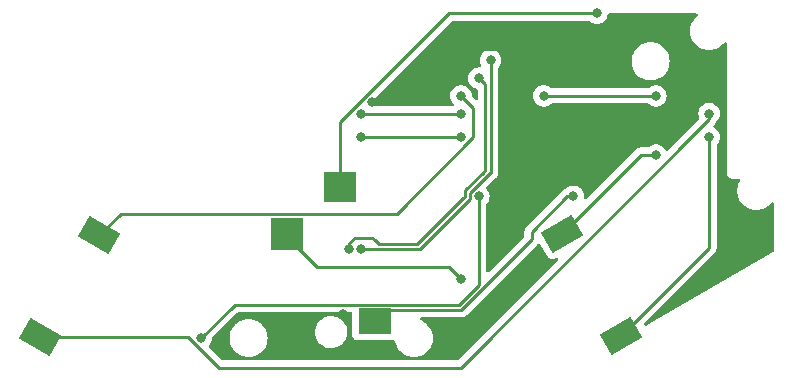
<source format=gbr>
%TF.GenerationSoftware,KiCad,Pcbnew,(6.0.6)*%
%TF.CreationDate,2022-08-03T19:41:37-05:00*%
%TF.ProjectId,GBOYAudioBreakout,47424f59-4175-4646-996f-427265616b6f,rev?*%
%TF.SameCoordinates,Original*%
%TF.FileFunction,Copper,L2,Bot*%
%TF.FilePolarity,Positive*%
%FSLAX46Y46*%
G04 Gerber Fmt 4.6, Leading zero omitted, Abs format (unit mm)*
G04 Created by KiCad (PCBNEW (6.0.6)) date 2022-08-03 19:41:37*
%MOMM*%
%LPD*%
G01*
G04 APERTURE LIST*
G04 Aperture macros list*
%AMRotRect*
0 Rectangle, with rotation*
0 The origin of the aperture is its center*
0 $1 length*
0 $2 width*
0 $3 Rotation angle, in degrees counterclockwise*
0 Add horizontal line*
21,1,$1,$2,0,0,$3*%
G04 Aperture macros list end*
%TA.AperFunction,SMDPad,CuDef*%
%ADD10RotRect,3.000000X2.000000X30.000000*%
%TD*%
%TA.AperFunction,SMDPad,CuDef*%
%ADD11RotRect,3.000000X2.000000X150.000000*%
%TD*%
%TA.AperFunction,SMDPad,CuDef*%
%ADD12R,2.800000X2.200000*%
%TD*%
%TA.AperFunction,SMDPad,CuDef*%
%ADD13R,2.800000X2.800000*%
%TD*%
%TA.AperFunction,SMDPad,CuDef*%
%ADD14R,2.800000X2.600000*%
%TD*%
%TA.AperFunction,ViaPad*%
%ADD15C,0.800000*%
%TD*%
%TA.AperFunction,Conductor*%
%ADD16C,0.250000*%
%TD*%
G04 APERTURE END LIST*
D10*
%TO.P,LS2,1,1*%
%TO.N,Net-(LS2-Pad1)*%
X164204848Y-105247128D03*
%TO.P,LS2,2,2*%
%TO.N,Net-(LS2-Pad2)*%
X159204848Y-96586874D03*
%TD*%
D11*
%TO.P,LS1,1,1*%
%TO.N,Net-(LS1-Pad1)*%
X120040153Y-96681873D03*
%TO.P,LS1,2,2*%
%TO.N,Net-(LS1-Pad2)*%
X115040153Y-105342127D03*
%TD*%
D12*
%TO.P,J1,R,ring*%
%TO.N,Net-(U1-Pad13)*%
X143370000Y-104000000D03*
%TO.P,J1,S,sleeve*%
%TO.N,GND*%
X135970000Y-106000000D03*
D13*
%TO.P,J1,T,tip*%
%TO.N,Net-(J1-PadT)*%
X135970000Y-96600000D03*
D14*
%TO.P,J1,TN,tip_sense*%
%TO.N,Net-(J1-PadTN)*%
X140420000Y-92600000D03*
%TD*%
D15*
%TO.N,Net-(1.8V1-Pad1)*%
X142170000Y-86400000D03*
X150670000Y-86400000D03*
%TO.N,Net-(3.3V1-Pad1)*%
X142170000Y-88400000D03*
X150670000Y-88400000D03*
%TO.N,Net-(C1-Pad1)*%
X153170000Y-81900000D03*
X142170000Y-97900000D03*
%TO.N,Net-(D1-Pad1)*%
X152170000Y-83400000D03*
X141170000Y-97900000D03*
%TO.N,GND*%
X143170000Y-85400000D03*
X140670000Y-103400000D03*
X147670000Y-81400000D03*
X161670000Y-82900000D03*
%TO.N,Net-(LS1-Pad1)*%
X157670000Y-84900000D03*
X150670000Y-84900000D03*
X167170000Y-84900000D03*
%TO.N,Net-(LS1-Pad2)*%
X171670000Y-86400000D03*
%TO.N,Net-(LS2-Pad1)*%
X171670000Y-88400000D03*
%TO.N,Net-(LS2-Pad2)*%
X167170000Y-89900000D03*
%TO.N,Net-(SCL1-Pad1)*%
X152170000Y-93400000D03*
X128670000Y-105400000D03*
%TO.N,Net-(U1-Pad13)*%
X160170000Y-93400000D03*
%TO.N,Net-(J1-PadTN)*%
X162170000Y-77900000D03*
%TO.N,Net-(J1-PadT)*%
X150670000Y-100400000D03*
%TD*%
D16*
%TO.N,Net-(1.8V1-Pad1)*%
X142170000Y-86400000D02*
X150670000Y-86400000D01*
%TO.N,Net-(3.3V1-Pad1)*%
X142170000Y-88400000D02*
X150670000Y-88400000D01*
%TO.N,Net-(C1-Pad1)*%
X151445000Y-93400000D02*
X151445000Y-93099695D01*
X151445000Y-93625000D02*
X151445000Y-93400000D01*
X153144695Y-91400000D02*
X153170000Y-91400000D01*
X142170000Y-97900000D02*
X147170000Y-97900000D01*
X151445000Y-93099695D02*
X153144695Y-91400000D01*
X153170000Y-91400000D02*
X153170000Y-81900000D01*
X147170000Y-97900000D02*
X151445000Y-93625000D01*
%TO.N,Net-(D1-Pad1)*%
X150851802Y-93581802D02*
X150995000Y-93438604D01*
X143351802Y-97081802D02*
X143720000Y-97450000D01*
X146983604Y-97450000D02*
X150851802Y-93581802D01*
X143720000Y-97450000D02*
X146983604Y-97450000D01*
X143170000Y-96900000D02*
X143351802Y-97081802D01*
X152720000Y-83900000D02*
X152220000Y-83400000D01*
X141670000Y-96900000D02*
X143170000Y-96900000D01*
X150995000Y-93400000D02*
X150995000Y-92913299D01*
X152589150Y-91319149D02*
X152720000Y-91188299D01*
X141170000Y-97400000D02*
X141670000Y-96900000D01*
X150995000Y-93438604D02*
X150995000Y-93400000D01*
X152220000Y-83400000D02*
X152170000Y-83400000D01*
X150995000Y-92913299D02*
X152589150Y-91319149D01*
X141170000Y-97900000D02*
X141170000Y-97400000D01*
X152720000Y-91188299D02*
X152720000Y-83900000D01*
%TO.N,GND*%
X161670000Y-82900000D02*
X158170000Y-82900000D01*
X148170000Y-82400000D02*
X145170000Y-85400000D01*
X145170000Y-85400000D02*
X143170000Y-85400000D01*
X149670000Y-80900000D02*
X148170000Y-80900000D01*
X158170000Y-82900000D02*
X156170000Y-80900000D01*
X149670000Y-80900000D02*
X148170000Y-82400000D01*
X156170000Y-80900000D02*
X149670000Y-80900000D01*
X148170000Y-80900000D02*
X147670000Y-81400000D01*
%TO.N,Net-(LS1-Pad1)*%
X121847026Y-94875000D02*
X145220305Y-94875000D01*
X145220305Y-94875000D02*
X151670000Y-88425305D01*
X120040153Y-96681873D02*
X121847026Y-94875000D01*
X157670000Y-84900000D02*
X167170000Y-84900000D01*
X151670000Y-88425305D02*
X151670000Y-85900000D01*
X151670000Y-85900000D02*
X150670000Y-84900000D01*
%TO.N,Net-(LS1-Pad2)*%
X115040153Y-105342127D02*
X127586822Y-105342127D01*
X150670000Y-107900000D02*
X171670000Y-86900000D01*
X130144695Y-107900000D02*
X150670000Y-107900000D01*
X127586822Y-105342127D02*
X130144695Y-107900000D01*
X171670000Y-86900000D02*
X171670000Y-86400000D01*
%TO.N,Net-(LS2-Pad1)*%
X164204848Y-105247128D02*
X171670000Y-97781976D01*
X171670000Y-97781976D02*
X171670000Y-88400000D01*
%TO.N,Net-(LS2-Pad2)*%
X159204848Y-96586874D02*
X165891722Y-89900000D01*
X165891722Y-89900000D02*
X167170000Y-89900000D01*
%TO.N,Net-(SCL1-Pad1)*%
X128670000Y-105400000D02*
X131495000Y-102575000D01*
X150670000Y-102400000D02*
X152170000Y-100900000D01*
X152170000Y-100900000D02*
X152170000Y-93400000D01*
X131495000Y-102575000D02*
X150495000Y-102575000D01*
X150495000Y-102575000D02*
X150670000Y-102400000D01*
%TO.N,Net-(U1-Pad13)*%
X156670000Y-96400000D02*
X159670000Y-93400000D01*
X144345000Y-103025000D02*
X150681396Y-103025000D01*
X150681396Y-103025000D02*
X156670000Y-97036396D01*
X159670000Y-93400000D02*
X160170000Y-93400000D01*
X156670000Y-97036396D02*
X156670000Y-96400000D01*
X143370000Y-104000000D02*
X144345000Y-103025000D01*
%TO.N,Net-(J1-PadTN)*%
X140420000Y-87124695D02*
X149644695Y-77900000D01*
X149644695Y-77900000D02*
X162170000Y-77900000D01*
X140420000Y-92600000D02*
X140420000Y-87124695D01*
%TO.N,Net-(J1-PadT)*%
X135970000Y-96600000D02*
X135970000Y-96875003D01*
X138494997Y-99400000D02*
X147170000Y-99400000D01*
X135970000Y-96875003D02*
X138494997Y-99400000D01*
X149670000Y-99400000D02*
X150670000Y-100400000D01*
X147170000Y-99400000D02*
X149670000Y-99400000D01*
%TD*%
%TA.AperFunction,Conductor*%
%TO.N,GND*%
G36*
X157311137Y-97386683D02*
G01*
X157369281Y-97427423D01*
X157379954Y-97443064D01*
X157987798Y-98495883D01*
X157987804Y-98495892D01*
X157989503Y-98498835D01*
X157991509Y-98501576D01*
X157991513Y-98501582D01*
X158021777Y-98542932D01*
X158026444Y-98549308D01*
X158032547Y-98554330D01*
X158032548Y-98554331D01*
X158086341Y-98598596D01*
X158138918Y-98641860D01*
X158272847Y-98699123D01*
X158281756Y-98700193D01*
X158281759Y-98700194D01*
X158372465Y-98711090D01*
X158417465Y-98716496D01*
X158426320Y-98715022D01*
X158426323Y-98715022D01*
X158553355Y-98693878D01*
X158553357Y-98693877D01*
X158561146Y-98692581D01*
X158618375Y-98667340D01*
X158708452Y-98615334D01*
X158777447Y-98598596D01*
X158844539Y-98621816D01*
X158888426Y-98677624D01*
X158895175Y-98748299D01*
X158860547Y-98813548D01*
X150444500Y-107229595D01*
X150382188Y-107263621D01*
X150355405Y-107266500D01*
X130459289Y-107266500D01*
X130391168Y-107246498D01*
X130370194Y-107229595D01*
X129336526Y-106195927D01*
X129302500Y-106133615D01*
X129307565Y-106062800D01*
X129331983Y-106022525D01*
X129409040Y-105936944D01*
X129504527Y-105771556D01*
X129563542Y-105589928D01*
X129564596Y-105579906D01*
X129573402Y-105496116D01*
X129580907Y-105424706D01*
X129591072Y-105400000D01*
X131066526Y-105400000D01*
X131086391Y-105652403D01*
X131087545Y-105657210D01*
X131087546Y-105657216D01*
X131103830Y-105725044D01*
X131145495Y-105898591D01*
X131147388Y-105903162D01*
X131147389Y-105903164D01*
X131226232Y-106093507D01*
X131242384Y-106132502D01*
X131374672Y-106348376D01*
X131539102Y-106540898D01*
X131731624Y-106705328D01*
X131947498Y-106837616D01*
X131952068Y-106839509D01*
X131952072Y-106839511D01*
X132176836Y-106932611D01*
X132181409Y-106934505D01*
X132266032Y-106954821D01*
X132422784Y-106992454D01*
X132422790Y-106992455D01*
X132427597Y-106993609D01*
X132527416Y-107001465D01*
X132614345Y-107008307D01*
X132614352Y-107008307D01*
X132616801Y-107008500D01*
X132743199Y-107008500D01*
X132745648Y-107008307D01*
X132745655Y-107008307D01*
X132832584Y-107001465D01*
X132932403Y-106993609D01*
X132937210Y-106992455D01*
X132937216Y-106992454D01*
X133093968Y-106954821D01*
X133178591Y-106934505D01*
X133183164Y-106932611D01*
X133407928Y-106839511D01*
X133407932Y-106839509D01*
X133412502Y-106837616D01*
X133628376Y-106705328D01*
X133820898Y-106540898D01*
X133985328Y-106348376D01*
X134117616Y-106132502D01*
X134133769Y-106093507D01*
X134212611Y-105903164D01*
X134212612Y-105903162D01*
X134214505Y-105898591D01*
X134256170Y-105725044D01*
X134272454Y-105657216D01*
X134272455Y-105657210D01*
X134273609Y-105652403D01*
X134293474Y-105400000D01*
X134273609Y-105147597D01*
X134272448Y-105142757D01*
X134215660Y-104906221D01*
X134214505Y-104901409D01*
X134212611Y-104896836D01*
X134187318Y-104835774D01*
X138308102Y-104835774D01*
X138308302Y-104841103D01*
X138308302Y-104841105D01*
X138309479Y-104872466D01*
X138316751Y-105066158D01*
X138364093Y-105291791D01*
X138366051Y-105296750D01*
X138366052Y-105296752D01*
X138428975Y-105456081D01*
X138448776Y-105506221D01*
X138451543Y-105510780D01*
X138451544Y-105510783D01*
X138513998Y-105613703D01*
X138568377Y-105703317D01*
X138571874Y-105707347D01*
X138658438Y-105807103D01*
X138719477Y-105877445D01*
X138723608Y-105880832D01*
X138893627Y-106020240D01*
X138893633Y-106020244D01*
X138897755Y-106023624D01*
X138902391Y-106026263D01*
X138902394Y-106026265D01*
X139068076Y-106120577D01*
X139098114Y-106137675D01*
X139314825Y-106216337D01*
X139320074Y-106217286D01*
X139320077Y-106217287D01*
X139537608Y-106256623D01*
X139537615Y-106256624D01*
X139541692Y-106257361D01*
X139559414Y-106258197D01*
X139564356Y-106258430D01*
X139564363Y-106258430D01*
X139565844Y-106258500D01*
X139727890Y-106258500D01*
X139794809Y-106252822D01*
X139894409Y-106244371D01*
X139894413Y-106244370D01*
X139899720Y-106243920D01*
X139904875Y-106242582D01*
X139904881Y-106242581D01*
X140117703Y-106187343D01*
X140117707Y-106187342D01*
X140122872Y-106186001D01*
X140127738Y-106183809D01*
X140127741Y-106183808D01*
X140328202Y-106093507D01*
X140333075Y-106091312D01*
X140524319Y-105962559D01*
X140551171Y-105936944D01*
X140687278Y-105807103D01*
X140691135Y-105803424D01*
X140710588Y-105777279D01*
X140825568Y-105622740D01*
X140828754Y-105618458D01*
X140837252Y-105601745D01*
X140907660Y-105463261D01*
X140933240Y-105412949D01*
X140953810Y-105346705D01*
X141000024Y-105197871D01*
X141001607Y-105192773D01*
X141007976Y-105144717D01*
X141031198Y-104969511D01*
X141031198Y-104969506D01*
X141031898Y-104964226D01*
X141023249Y-104733842D01*
X141020576Y-104721100D01*
X140977002Y-104513428D01*
X140975907Y-104508209D01*
X140973948Y-104503248D01*
X140893185Y-104298744D01*
X140893184Y-104298742D01*
X140891224Y-104293779D01*
X140870182Y-104259102D01*
X140774390Y-104101243D01*
X140771623Y-104096683D01*
X140684755Y-103996576D01*
X140624023Y-103926588D01*
X140624021Y-103926586D01*
X140620523Y-103922555D01*
X140553243Y-103867389D01*
X140446373Y-103779760D01*
X140446367Y-103779756D01*
X140442245Y-103776376D01*
X140437609Y-103773737D01*
X140437606Y-103773735D01*
X140246529Y-103664968D01*
X140241886Y-103662325D01*
X140025175Y-103583663D01*
X140019926Y-103582714D01*
X140019923Y-103582713D01*
X139802392Y-103543377D01*
X139802385Y-103543376D01*
X139798308Y-103542639D01*
X139780586Y-103541803D01*
X139775644Y-103541570D01*
X139775637Y-103541570D01*
X139774156Y-103541500D01*
X139612110Y-103541500D01*
X139545191Y-103547178D01*
X139445591Y-103555629D01*
X139445587Y-103555630D01*
X139440280Y-103556080D01*
X139435125Y-103557418D01*
X139435119Y-103557419D01*
X139222297Y-103612657D01*
X139222293Y-103612658D01*
X139217128Y-103613999D01*
X139212262Y-103616191D01*
X139212259Y-103616192D01*
X139103980Y-103664968D01*
X139006925Y-103708688D01*
X138815681Y-103837441D01*
X138811824Y-103841120D01*
X138811822Y-103841122D01*
X138784287Y-103867389D01*
X138648865Y-103996576D01*
X138511246Y-104181542D01*
X138508830Y-104186293D01*
X138508828Y-104186297D01*
X138469903Y-104262858D01*
X138406760Y-104387051D01*
X138405178Y-104392145D01*
X138405177Y-104392148D01*
X138362424Y-104529834D01*
X138338393Y-104607227D01*
X138337692Y-104612516D01*
X138311385Y-104811006D01*
X138308102Y-104835774D01*
X134187318Y-104835774D01*
X134119511Y-104672072D01*
X134119509Y-104672068D01*
X134117616Y-104667498D01*
X133985328Y-104451624D01*
X133820898Y-104259102D01*
X133800301Y-104241510D01*
X133778264Y-104222689D01*
X133628376Y-104094672D01*
X133412502Y-103962384D01*
X133407932Y-103960491D01*
X133407928Y-103960489D01*
X133183164Y-103867389D01*
X133183162Y-103867388D01*
X133178591Y-103865495D01*
X133061737Y-103837441D01*
X132937216Y-103807546D01*
X132937210Y-103807545D01*
X132932403Y-103806391D01*
X132832584Y-103798535D01*
X132745655Y-103791693D01*
X132745648Y-103791693D01*
X132743199Y-103791500D01*
X132616801Y-103791500D01*
X132614352Y-103791693D01*
X132614345Y-103791693D01*
X132527416Y-103798535D01*
X132427597Y-103806391D01*
X132422790Y-103807545D01*
X132422784Y-103807546D01*
X132298263Y-103837441D01*
X132181409Y-103865495D01*
X132176838Y-103867388D01*
X132176836Y-103867389D01*
X131952072Y-103960489D01*
X131952068Y-103960491D01*
X131947498Y-103962384D01*
X131731624Y-104094672D01*
X131581736Y-104222689D01*
X131559700Y-104241510D01*
X131539102Y-104259102D01*
X131374672Y-104451624D01*
X131242384Y-104667498D01*
X131240491Y-104672068D01*
X131240489Y-104672072D01*
X131147389Y-104896836D01*
X131145495Y-104901409D01*
X131144340Y-104906221D01*
X131087553Y-105142757D01*
X131086391Y-105147597D01*
X131066526Y-105400000D01*
X129591072Y-105400000D01*
X129607920Y-105359050D01*
X129617122Y-105348782D01*
X131720499Y-103245405D01*
X131782811Y-103211379D01*
X131809594Y-103208500D01*
X141335500Y-103208500D01*
X141403621Y-103228502D01*
X141450114Y-103282158D01*
X141461500Y-103334500D01*
X141461500Y-105148134D01*
X141468255Y-105210316D01*
X141519385Y-105346705D01*
X141606739Y-105463261D01*
X141723295Y-105550615D01*
X141859684Y-105601745D01*
X141921866Y-105608500D01*
X144818134Y-105608500D01*
X144880316Y-105601745D01*
X144924746Y-105585089D01*
X144995552Y-105579906D01*
X145057921Y-105613826D01*
X145091493Y-105673656D01*
X145145495Y-105898591D01*
X145147388Y-105903162D01*
X145147389Y-105903164D01*
X145226232Y-106093507D01*
X145242384Y-106132502D01*
X145374672Y-106348376D01*
X145539102Y-106540898D01*
X145731624Y-106705328D01*
X145947498Y-106837616D01*
X145952068Y-106839509D01*
X145952072Y-106839511D01*
X146176836Y-106932611D01*
X146181409Y-106934505D01*
X146266032Y-106954821D01*
X146422784Y-106992454D01*
X146422790Y-106992455D01*
X146427597Y-106993609D01*
X146527416Y-107001465D01*
X146614345Y-107008307D01*
X146614352Y-107008307D01*
X146616801Y-107008500D01*
X146743199Y-107008500D01*
X146745648Y-107008307D01*
X146745655Y-107008307D01*
X146832584Y-107001465D01*
X146932403Y-106993609D01*
X146937210Y-106992455D01*
X146937216Y-106992454D01*
X147093968Y-106954821D01*
X147178591Y-106934505D01*
X147183164Y-106932611D01*
X147407928Y-106839511D01*
X147407932Y-106839509D01*
X147412502Y-106837616D01*
X147628376Y-106705328D01*
X147820898Y-106540898D01*
X147985328Y-106348376D01*
X148117616Y-106132502D01*
X148133769Y-106093507D01*
X148212611Y-105903164D01*
X148212612Y-105903162D01*
X148214505Y-105898591D01*
X148256170Y-105725044D01*
X148272454Y-105657216D01*
X148272455Y-105657210D01*
X148273609Y-105652403D01*
X148293474Y-105400000D01*
X148273609Y-105147597D01*
X148272448Y-105142757D01*
X148215660Y-104906221D01*
X148214505Y-104901409D01*
X148212611Y-104896836D01*
X148119511Y-104672072D01*
X148119509Y-104672068D01*
X148117616Y-104667498D01*
X147985328Y-104451624D01*
X147820898Y-104259102D01*
X147800301Y-104241510D01*
X147778264Y-104222689D01*
X147628376Y-104094672D01*
X147412502Y-103962384D01*
X147407932Y-103960491D01*
X147407928Y-103960489D01*
X147264088Y-103900909D01*
X147208807Y-103856361D01*
X147186386Y-103788997D01*
X147203944Y-103720206D01*
X147255906Y-103671828D01*
X147312306Y-103658500D01*
X150602629Y-103658500D01*
X150613812Y-103659027D01*
X150621305Y-103660702D01*
X150629231Y-103660453D01*
X150629232Y-103660453D01*
X150689382Y-103658562D01*
X150693341Y-103658500D01*
X150721252Y-103658500D01*
X150725187Y-103658003D01*
X150725252Y-103657995D01*
X150737089Y-103657062D01*
X150769347Y-103656048D01*
X150773366Y-103655922D01*
X150781285Y-103655673D01*
X150800739Y-103650021D01*
X150820096Y-103646013D01*
X150832326Y-103644468D01*
X150832327Y-103644468D01*
X150840193Y-103643474D01*
X150847564Y-103640555D01*
X150847566Y-103640555D01*
X150881308Y-103627196D01*
X150892538Y-103623351D01*
X150927379Y-103613229D01*
X150927380Y-103613229D01*
X150934989Y-103611018D01*
X150941808Y-103606985D01*
X150941813Y-103606983D01*
X150952424Y-103600707D01*
X150970172Y-103592012D01*
X150989013Y-103584552D01*
X151024783Y-103558564D01*
X151034703Y-103552048D01*
X151065931Y-103533580D01*
X151065934Y-103533578D01*
X151072758Y-103529542D01*
X151087079Y-103515221D01*
X151102113Y-103502380D01*
X151112090Y-103495131D01*
X151118503Y-103490472D01*
X151146694Y-103456395D01*
X151154684Y-103447616D01*
X157062253Y-97540048D01*
X157070539Y-97532508D01*
X157077018Y-97528396D01*
X157123644Y-97478744D01*
X157126398Y-97475903D01*
X157146135Y-97456166D01*
X157148615Y-97452969D01*
X157156320Y-97443947D01*
X157178985Y-97419811D01*
X157240197Y-97383846D01*
X157311137Y-97386683D01*
G37*
%TD.AperFunction*%
%TA.AperFunction,Conductor*%
G36*
X170666186Y-77928502D02*
G01*
X170712679Y-77982158D01*
X170722783Y-78052432D01*
X170693289Y-78117012D01*
X170679896Y-78130311D01*
X170529102Y-78259102D01*
X170364672Y-78451624D01*
X170232384Y-78667498D01*
X170230491Y-78672068D01*
X170230489Y-78672072D01*
X170178500Y-78797586D01*
X170135495Y-78901409D01*
X170076391Y-79147597D01*
X170056526Y-79400000D01*
X170076391Y-79652403D01*
X170135495Y-79898591D01*
X170232384Y-80132502D01*
X170364672Y-80348376D01*
X170529102Y-80540898D01*
X170721624Y-80705328D01*
X170937498Y-80837616D01*
X170942068Y-80839509D01*
X170942072Y-80839511D01*
X171166836Y-80932611D01*
X171171409Y-80934505D01*
X171256032Y-80954821D01*
X171412784Y-80992454D01*
X171412790Y-80992455D01*
X171417597Y-80993609D01*
X171517416Y-81001465D01*
X171604345Y-81008307D01*
X171604352Y-81008307D01*
X171606801Y-81008500D01*
X171733199Y-81008500D01*
X171735648Y-81008307D01*
X171735655Y-81008307D01*
X171822584Y-81001465D01*
X171922403Y-80993609D01*
X171927210Y-80992455D01*
X171927216Y-80992454D01*
X172083968Y-80954821D01*
X172168591Y-80934505D01*
X172173164Y-80932611D01*
X172397928Y-80839511D01*
X172397932Y-80839509D01*
X172402502Y-80837616D01*
X172618376Y-80705328D01*
X172810898Y-80540898D01*
X172939688Y-80390104D01*
X172999140Y-80351295D01*
X173070135Y-80350789D01*
X173130133Y-80388745D01*
X173160086Y-80453114D01*
X173161500Y-80471935D01*
X173161500Y-91391377D01*
X173161498Y-91392147D01*
X173161024Y-91469721D01*
X173166165Y-91487707D01*
X173169150Y-91498153D01*
X173172728Y-91514915D01*
X173176920Y-91544187D01*
X173180634Y-91552355D01*
X173180634Y-91552356D01*
X173187548Y-91567562D01*
X173193996Y-91585086D01*
X173201051Y-91609771D01*
X173205843Y-91617365D01*
X173205844Y-91617368D01*
X173216830Y-91634780D01*
X173224969Y-91649863D01*
X173237208Y-91676782D01*
X173243069Y-91683584D01*
X173253970Y-91696235D01*
X173265073Y-91711239D01*
X173278776Y-91732958D01*
X173285501Y-91738897D01*
X173285504Y-91738901D01*
X173300938Y-91752532D01*
X173312982Y-91764724D01*
X173326427Y-91780327D01*
X173326430Y-91780329D01*
X173332287Y-91787127D01*
X173339816Y-91792007D01*
X173339817Y-91792008D01*
X173353835Y-91801094D01*
X173368709Y-91812385D01*
X173376372Y-91819152D01*
X173387951Y-91829378D01*
X173414711Y-91841942D01*
X173429691Y-91850263D01*
X173446983Y-91861471D01*
X173446988Y-91861473D01*
X173454515Y-91866352D01*
X173463108Y-91868922D01*
X173463113Y-91868924D01*
X173479120Y-91873711D01*
X173496564Y-91880372D01*
X173511676Y-91887467D01*
X173511678Y-91887468D01*
X173519800Y-91891281D01*
X173528667Y-91892662D01*
X173528668Y-91892662D01*
X173538310Y-91894163D01*
X173549017Y-91895830D01*
X173565732Y-91899613D01*
X173585466Y-91905515D01*
X173585472Y-91905516D01*
X173594066Y-91908086D01*
X173603037Y-91908141D01*
X173603038Y-91908141D01*
X173613097Y-91908202D01*
X173628506Y-91908296D01*
X173629289Y-91908329D01*
X173630386Y-91908500D01*
X173661377Y-91908500D01*
X173662147Y-91908502D01*
X173735785Y-91908952D01*
X173735786Y-91908952D01*
X173739721Y-91908976D01*
X173741065Y-91908592D01*
X173742410Y-91908500D01*
X174196749Y-91908500D01*
X174264870Y-91928502D01*
X174311363Y-91982158D01*
X174321467Y-92052432D01*
X174304181Y-92100335D01*
X174234975Y-92213268D01*
X174234969Y-92213279D01*
X174232384Y-92217498D01*
X174230491Y-92222068D01*
X174230489Y-92222072D01*
X174149484Y-92417636D01*
X174135495Y-92451409D01*
X174116667Y-92529834D01*
X174079196Y-92685915D01*
X174076391Y-92697597D01*
X174056526Y-92950000D01*
X174076391Y-93202403D01*
X174077545Y-93207210D01*
X174077546Y-93207216D01*
X174115179Y-93363968D01*
X174135495Y-93448591D01*
X174137388Y-93453162D01*
X174137389Y-93453164D01*
X174194039Y-93589928D01*
X174232384Y-93682502D01*
X174364672Y-93898376D01*
X174529102Y-94090898D01*
X174532858Y-94094106D01*
X174542714Y-94102524D01*
X174721624Y-94255328D01*
X174937498Y-94387616D01*
X174942068Y-94389509D01*
X174942072Y-94389511D01*
X175163350Y-94481167D01*
X175171409Y-94484505D01*
X175256032Y-94504821D01*
X175412784Y-94542454D01*
X175412790Y-94542455D01*
X175417597Y-94543609D01*
X175517416Y-94551465D01*
X175604345Y-94558307D01*
X175604352Y-94558307D01*
X175606801Y-94558500D01*
X175733199Y-94558500D01*
X175735648Y-94558307D01*
X175735655Y-94558307D01*
X175822584Y-94551465D01*
X175922403Y-94543609D01*
X175927210Y-94542455D01*
X175927216Y-94542454D01*
X176083968Y-94504821D01*
X176168591Y-94484505D01*
X176176650Y-94481167D01*
X176397928Y-94389511D01*
X176397932Y-94389509D01*
X176402502Y-94387616D01*
X176618376Y-94255328D01*
X176797286Y-94102524D01*
X176807142Y-94094106D01*
X176810898Y-94090898D01*
X176842277Y-94054158D01*
X176939689Y-93940104D01*
X176999140Y-93901295D01*
X177070135Y-93900789D01*
X177130133Y-93938745D01*
X177160086Y-94003114D01*
X177161500Y-94021935D01*
X177161500Y-98033678D01*
X177141498Y-98101799D01*
X177098502Y-98142795D01*
X166424041Y-104305879D01*
X166348962Y-104349227D01*
X166279967Y-104365966D01*
X166212875Y-104342746D01*
X166168987Y-104286940D01*
X166162238Y-104216265D01*
X166196866Y-104151014D01*
X172062247Y-98285633D01*
X172070537Y-98278089D01*
X172077018Y-98273976D01*
X172123659Y-98224308D01*
X172126413Y-98221467D01*
X172146134Y-98201746D01*
X172148612Y-98198551D01*
X172156318Y-98189529D01*
X172181158Y-98163077D01*
X172186586Y-98157297D01*
X172194558Y-98142796D01*
X172196346Y-98139544D01*
X172207199Y-98123021D01*
X172214753Y-98113282D01*
X172219613Y-98107017D01*
X172237176Y-98066433D01*
X172242383Y-98055803D01*
X172263695Y-98017036D01*
X172265666Y-98009359D01*
X172265668Y-98009354D01*
X172268732Y-97997418D01*
X172275138Y-97978706D01*
X172280033Y-97967395D01*
X172283181Y-97960121D01*
X172284421Y-97952293D01*
X172284423Y-97952286D01*
X172290099Y-97916452D01*
X172292505Y-97904832D01*
X172301528Y-97869687D01*
X172301528Y-97869686D01*
X172303500Y-97862006D01*
X172303500Y-97841752D01*
X172305051Y-97822041D01*
X172306980Y-97809862D01*
X172308220Y-97802033D01*
X172304059Y-97758014D01*
X172303500Y-97746157D01*
X172303500Y-89102524D01*
X172323502Y-89034403D01*
X172335858Y-89018221D01*
X172409040Y-88936944D01*
X172504527Y-88771556D01*
X172563542Y-88589928D01*
X172583504Y-88400000D01*
X172563542Y-88210072D01*
X172504527Y-88028444D01*
X172409040Y-87863056D01*
X172281253Y-87721134D01*
X172126752Y-87608882D01*
X172118729Y-87605310D01*
X172108618Y-87600808D01*
X172054522Y-87554829D01*
X172033872Y-87486902D01*
X172053224Y-87418594D01*
X172076023Y-87392631D01*
X172077018Y-87392000D01*
X172123644Y-87342348D01*
X172126398Y-87339507D01*
X172146135Y-87319770D01*
X172148615Y-87316573D01*
X172156320Y-87307551D01*
X172181159Y-87281100D01*
X172186586Y-87275321D01*
X172190405Y-87268375D01*
X172190407Y-87268372D01*
X172196348Y-87257566D01*
X172207199Y-87241047D01*
X172214758Y-87231301D01*
X172219614Y-87225041D01*
X172222759Y-87217772D01*
X172222762Y-87217768D01*
X172237174Y-87184463D01*
X172242391Y-87173813D01*
X172263695Y-87135060D01*
X172268733Y-87115437D01*
X172275138Y-87096731D01*
X172276171Y-87094344D01*
X172298171Y-87060077D01*
X172404621Y-86941852D01*
X172404622Y-86941851D01*
X172409040Y-86936944D01*
X172504527Y-86771556D01*
X172563542Y-86589928D01*
X172583504Y-86400000D01*
X172571861Y-86289221D01*
X172564232Y-86216635D01*
X172564232Y-86216633D01*
X172563542Y-86210072D01*
X172504527Y-86028444D01*
X172409040Y-85863056D01*
X172281253Y-85721134D01*
X172126752Y-85608882D01*
X172120724Y-85606198D01*
X172120722Y-85606197D01*
X171958319Y-85533891D01*
X171958318Y-85533891D01*
X171952288Y-85531206D01*
X171858887Y-85511353D01*
X171771944Y-85492872D01*
X171771939Y-85492872D01*
X171765487Y-85491500D01*
X171574513Y-85491500D01*
X171568061Y-85492872D01*
X171568056Y-85492872D01*
X171481113Y-85511353D01*
X171387712Y-85531206D01*
X171381682Y-85533891D01*
X171381681Y-85533891D01*
X171219278Y-85606197D01*
X171219276Y-85606198D01*
X171213248Y-85608882D01*
X171058747Y-85721134D01*
X170930960Y-85863056D01*
X170835473Y-86028444D01*
X170776458Y-86210072D01*
X170775768Y-86216633D01*
X170775768Y-86216635D01*
X170768139Y-86289221D01*
X170756496Y-86400000D01*
X170776458Y-86589928D01*
X170778498Y-86596206D01*
X170828060Y-86748743D01*
X170830087Y-86819711D01*
X170797322Y-86876774D01*
X168172294Y-89501802D01*
X168109982Y-89535828D01*
X168039167Y-89530763D01*
X167982331Y-89488216D01*
X167974080Y-89475708D01*
X167950304Y-89434528D01*
X167909040Y-89363056D01*
X167892882Y-89345110D01*
X167785675Y-89226045D01*
X167785674Y-89226044D01*
X167781253Y-89221134D01*
X167626752Y-89108882D01*
X167620724Y-89106198D01*
X167620722Y-89106197D01*
X167458319Y-89033891D01*
X167458318Y-89033891D01*
X167452288Y-89031206D01*
X167358888Y-89011353D01*
X167271944Y-88992872D01*
X167271939Y-88992872D01*
X167265487Y-88991500D01*
X167074513Y-88991500D01*
X167068061Y-88992872D01*
X167068056Y-88992872D01*
X166981113Y-89011353D01*
X166887712Y-89031206D01*
X166881682Y-89033891D01*
X166881681Y-89033891D01*
X166719278Y-89106197D01*
X166719276Y-89106198D01*
X166713248Y-89108882D01*
X166558747Y-89221134D01*
X166554332Y-89226037D01*
X166549420Y-89230460D01*
X166548295Y-89229211D01*
X166494986Y-89262051D01*
X166461800Y-89266500D01*
X165970489Y-89266500D01*
X165959306Y-89265973D01*
X165951813Y-89264298D01*
X165943887Y-89264547D01*
X165943886Y-89264547D01*
X165883723Y-89266438D01*
X165879765Y-89266500D01*
X165851866Y-89266500D01*
X165847876Y-89267004D01*
X165836042Y-89267936D01*
X165791833Y-89269326D01*
X165784219Y-89271538D01*
X165784214Y-89271539D01*
X165772381Y-89274977D01*
X165753018Y-89278988D01*
X165732925Y-89281526D01*
X165725558Y-89284443D01*
X165725553Y-89284444D01*
X165691814Y-89297802D01*
X165680587Y-89301646D01*
X165638129Y-89313982D01*
X165631303Y-89318019D01*
X165620694Y-89324293D01*
X165602946Y-89332988D01*
X165584105Y-89340448D01*
X165577689Y-89345110D01*
X165577688Y-89345110D01*
X165548335Y-89366436D01*
X165538415Y-89372952D01*
X165507187Y-89391420D01*
X165507184Y-89391422D01*
X165500360Y-89395458D01*
X165486039Y-89409779D01*
X165471006Y-89422619D01*
X165454615Y-89434528D01*
X165449564Y-89440634D01*
X165426424Y-89468605D01*
X165418434Y-89477384D01*
X161286676Y-93609141D01*
X161224364Y-93643167D01*
X161153548Y-93638102D01*
X161096713Y-93595555D01*
X161071902Y-93529035D01*
X161072271Y-93506876D01*
X161082814Y-93406565D01*
X161083504Y-93400000D01*
X161063542Y-93210072D01*
X161004527Y-93028444D01*
X160909040Y-92863056D01*
X160900457Y-92853523D01*
X160785675Y-92726045D01*
X160785674Y-92726044D01*
X160781253Y-92721134D01*
X160626752Y-92608882D01*
X160620724Y-92606198D01*
X160620722Y-92606197D01*
X160458319Y-92533891D01*
X160458318Y-92533891D01*
X160452288Y-92531206D01*
X160358888Y-92511353D01*
X160271944Y-92492872D01*
X160271939Y-92492872D01*
X160265487Y-92491500D01*
X160074513Y-92491500D01*
X160068061Y-92492872D01*
X160068056Y-92492872D01*
X159981112Y-92511353D01*
X159887712Y-92531206D01*
X159881682Y-92533891D01*
X159881681Y-92533891D01*
X159719278Y-92606197D01*
X159719276Y-92606198D01*
X159713248Y-92608882D01*
X159558747Y-92721134D01*
X159554333Y-92726036D01*
X159554332Y-92726037D01*
X159520357Y-92763770D01*
X159473101Y-92796612D01*
X159470094Y-92797802D01*
X159458872Y-92801644D01*
X159416407Y-92813981D01*
X159409584Y-92818016D01*
X159398966Y-92824295D01*
X159381213Y-92832992D01*
X159373568Y-92836019D01*
X159362383Y-92840448D01*
X159355968Y-92845109D01*
X159326612Y-92866437D01*
X159316695Y-92872951D01*
X159278638Y-92895458D01*
X159264317Y-92909779D01*
X159249284Y-92922619D01*
X159232893Y-92934528D01*
X159216015Y-92954930D01*
X159204702Y-92968605D01*
X159196712Y-92977384D01*
X156277747Y-95896348D01*
X156269461Y-95903888D01*
X156262982Y-95908000D01*
X156257557Y-95913777D01*
X156216357Y-95957651D01*
X156213602Y-95960493D01*
X156193865Y-95980230D01*
X156191385Y-95983427D01*
X156183682Y-95992447D01*
X156153414Y-96024679D01*
X156149595Y-96031625D01*
X156149593Y-96031628D01*
X156143652Y-96042434D01*
X156132801Y-96058953D01*
X156120386Y-96074959D01*
X156117241Y-96082228D01*
X156117238Y-96082232D01*
X156102826Y-96115537D01*
X156097609Y-96126187D01*
X156076305Y-96164940D01*
X156074334Y-96172615D01*
X156074334Y-96172616D01*
X156071267Y-96184562D01*
X156064863Y-96203266D01*
X156056819Y-96221855D01*
X156055580Y-96229678D01*
X156055577Y-96229688D01*
X156049901Y-96265524D01*
X156047495Y-96277144D01*
X156039029Y-96310121D01*
X156036500Y-96319970D01*
X156036500Y-96340224D01*
X156034949Y-96359934D01*
X156031780Y-96379943D01*
X156032526Y-96387835D01*
X156035941Y-96423961D01*
X156036500Y-96435819D01*
X156036500Y-96721802D01*
X156016498Y-96789923D01*
X155999595Y-96810897D01*
X153018595Y-99791896D01*
X152956283Y-99825922D01*
X152885467Y-99820857D01*
X152828632Y-99778310D01*
X152803821Y-99711790D01*
X152803500Y-99702801D01*
X152803500Y-94102524D01*
X152823502Y-94034403D01*
X152835858Y-94018221D01*
X152909040Y-93936944D01*
X153004527Y-93771556D01*
X153063542Y-93589928D01*
X153083504Y-93400000D01*
X153063542Y-93210072D01*
X153004527Y-93028444D01*
X152909040Y-92863056D01*
X152831984Y-92777476D01*
X152801268Y-92713471D01*
X152810032Y-92643017D01*
X152836526Y-92604073D01*
X153483147Y-91957452D01*
X153498180Y-91944612D01*
X153523045Y-91926546D01*
X153529573Y-91922109D01*
X153577018Y-91892000D01*
X153582659Y-91885993D01*
X153600446Y-91870312D01*
X153600691Y-91870134D01*
X153600693Y-91870132D01*
X153607107Y-91865472D01*
X153612162Y-91859362D01*
X153642903Y-91822204D01*
X153648134Y-91816270D01*
X153681158Y-91781102D01*
X153681160Y-91781099D01*
X153686586Y-91775321D01*
X153690558Y-91768097D01*
X153703881Y-91748494D01*
X153704080Y-91748254D01*
X153704084Y-91748247D01*
X153709133Y-91742144D01*
X153733047Y-91691324D01*
X153736629Y-91684292D01*
X153763695Y-91635060D01*
X153765665Y-91627385D01*
X153765668Y-91627379D01*
X153765744Y-91627081D01*
X153773776Y-91604772D01*
X153773906Y-91604497D01*
X153773909Y-91604489D01*
X153777283Y-91597318D01*
X153787806Y-91542151D01*
X153789532Y-91534429D01*
X153801529Y-91487707D01*
X153801529Y-91487706D01*
X153803500Y-91480030D01*
X153803500Y-91471793D01*
X153805732Y-91448184D01*
X153805790Y-91447881D01*
X153805790Y-91447877D01*
X153807275Y-91440094D01*
X153803749Y-91384049D01*
X153803500Y-91376138D01*
X153803500Y-84900000D01*
X156756496Y-84900000D01*
X156776458Y-85089928D01*
X156835473Y-85271556D01*
X156930960Y-85436944D01*
X157058747Y-85578866D01*
X157213248Y-85691118D01*
X157219276Y-85693802D01*
X157219278Y-85693803D01*
X157334678Y-85745182D01*
X157387712Y-85768794D01*
X157481112Y-85788647D01*
X157568056Y-85807128D01*
X157568061Y-85807128D01*
X157574513Y-85808500D01*
X157765487Y-85808500D01*
X157771939Y-85807128D01*
X157771944Y-85807128D01*
X157858888Y-85788647D01*
X157952288Y-85768794D01*
X158005322Y-85745182D01*
X158120722Y-85693803D01*
X158120724Y-85693802D01*
X158126752Y-85691118D01*
X158281253Y-85578866D01*
X158285668Y-85573963D01*
X158290580Y-85569540D01*
X158291705Y-85570789D01*
X158345014Y-85537949D01*
X158378200Y-85533500D01*
X166461800Y-85533500D01*
X166529921Y-85553502D01*
X166549147Y-85569843D01*
X166549420Y-85569540D01*
X166554332Y-85573963D01*
X166558747Y-85578866D01*
X166713248Y-85691118D01*
X166719276Y-85693802D01*
X166719278Y-85693803D01*
X166834678Y-85745182D01*
X166887712Y-85768794D01*
X166981112Y-85788647D01*
X167068056Y-85807128D01*
X167068061Y-85807128D01*
X167074513Y-85808500D01*
X167265487Y-85808500D01*
X167271939Y-85807128D01*
X167271944Y-85807128D01*
X167358888Y-85788647D01*
X167452288Y-85768794D01*
X167505322Y-85745182D01*
X167620722Y-85693803D01*
X167620724Y-85693802D01*
X167626752Y-85691118D01*
X167781253Y-85578866D01*
X167909040Y-85436944D01*
X168004527Y-85271556D01*
X168063542Y-85089928D01*
X168083504Y-84900000D01*
X168063542Y-84710072D01*
X168004527Y-84528444D01*
X167909040Y-84363056D01*
X167873481Y-84323563D01*
X167785675Y-84226045D01*
X167785674Y-84226044D01*
X167781253Y-84221134D01*
X167626752Y-84108882D01*
X167620724Y-84106198D01*
X167620722Y-84106197D01*
X167458319Y-84033891D01*
X167458318Y-84033891D01*
X167452288Y-84031206D01*
X167358887Y-84011353D01*
X167271944Y-83992872D01*
X167271939Y-83992872D01*
X167265487Y-83991500D01*
X167074513Y-83991500D01*
X167068061Y-83992872D01*
X167068056Y-83992872D01*
X166981113Y-84011353D01*
X166887712Y-84031206D01*
X166881682Y-84033891D01*
X166881681Y-84033891D01*
X166719278Y-84106197D01*
X166719276Y-84106198D01*
X166713248Y-84108882D01*
X166558747Y-84221134D01*
X166554332Y-84226037D01*
X166549420Y-84230460D01*
X166548295Y-84229211D01*
X166494986Y-84262051D01*
X166461800Y-84266500D01*
X158378200Y-84266500D01*
X158310079Y-84246498D01*
X158290853Y-84230157D01*
X158290580Y-84230460D01*
X158285668Y-84226037D01*
X158281253Y-84221134D01*
X158126752Y-84108882D01*
X158120724Y-84106198D01*
X158120722Y-84106197D01*
X157958319Y-84033891D01*
X157958318Y-84033891D01*
X157952288Y-84031206D01*
X157858887Y-84011353D01*
X157771944Y-83992872D01*
X157771939Y-83992872D01*
X157765487Y-83991500D01*
X157574513Y-83991500D01*
X157568061Y-83992872D01*
X157568056Y-83992872D01*
X157481113Y-84011353D01*
X157387712Y-84031206D01*
X157381682Y-84033891D01*
X157381681Y-84033891D01*
X157219278Y-84106197D01*
X157219276Y-84106198D01*
X157213248Y-84108882D01*
X157058747Y-84221134D01*
X157054326Y-84226044D01*
X157054325Y-84226045D01*
X156966520Y-84323563D01*
X156930960Y-84363056D01*
X156835473Y-84528444D01*
X156776458Y-84710072D01*
X156756496Y-84900000D01*
X153803500Y-84900000D01*
X153803500Y-82602524D01*
X153823502Y-82534403D01*
X153835858Y-82518221D01*
X153909040Y-82436944D01*
X154004527Y-82271556D01*
X154063542Y-82089928D01*
X154075622Y-81975000D01*
X165106526Y-81975000D01*
X165126391Y-82227403D01*
X165127545Y-82232210D01*
X165127546Y-82232216D01*
X165144420Y-82302499D01*
X165185495Y-82473591D01*
X165187388Y-82478162D01*
X165187389Y-82478164D01*
X165238901Y-82602524D01*
X165282384Y-82707502D01*
X165414672Y-82923376D01*
X165579102Y-83115898D01*
X165771624Y-83280328D01*
X165987498Y-83412616D01*
X165992068Y-83414509D01*
X165992072Y-83414511D01*
X166216836Y-83507611D01*
X166221409Y-83509505D01*
X166306032Y-83529821D01*
X166462784Y-83567454D01*
X166462790Y-83567455D01*
X166467597Y-83568609D01*
X166567416Y-83576465D01*
X166654345Y-83583307D01*
X166654352Y-83583307D01*
X166656801Y-83583500D01*
X166783199Y-83583500D01*
X166785648Y-83583307D01*
X166785655Y-83583307D01*
X166872584Y-83576465D01*
X166972403Y-83568609D01*
X166977210Y-83567455D01*
X166977216Y-83567454D01*
X167133968Y-83529821D01*
X167218591Y-83509505D01*
X167223164Y-83507611D01*
X167447928Y-83414511D01*
X167447932Y-83414509D01*
X167452502Y-83412616D01*
X167668376Y-83280328D01*
X167860898Y-83115898D01*
X168025328Y-82923376D01*
X168157616Y-82707502D01*
X168201100Y-82602524D01*
X168252611Y-82478164D01*
X168252612Y-82478162D01*
X168254505Y-82473591D01*
X168295580Y-82302499D01*
X168312454Y-82232216D01*
X168312455Y-82232210D01*
X168313609Y-82227403D01*
X168333474Y-81975000D01*
X168313609Y-81722597D01*
X168310603Y-81710072D01*
X168255660Y-81481221D01*
X168254505Y-81476409D01*
X168157616Y-81242498D01*
X168025328Y-81026624D01*
X167860898Y-80834102D01*
X167668376Y-80669672D01*
X167452502Y-80537384D01*
X167447932Y-80535491D01*
X167447928Y-80535489D01*
X167223164Y-80442389D01*
X167223162Y-80442388D01*
X167218591Y-80440495D01*
X167133968Y-80420179D01*
X166977216Y-80382546D01*
X166977210Y-80382545D01*
X166972403Y-80381391D01*
X166872584Y-80373535D01*
X166785655Y-80366693D01*
X166785648Y-80366693D01*
X166783199Y-80366500D01*
X166656801Y-80366500D01*
X166654352Y-80366693D01*
X166654345Y-80366693D01*
X166567416Y-80373535D01*
X166467597Y-80381391D01*
X166462790Y-80382545D01*
X166462784Y-80382546D01*
X166306032Y-80420179D01*
X166221409Y-80440495D01*
X166216838Y-80442388D01*
X166216836Y-80442389D01*
X165992072Y-80535489D01*
X165992068Y-80535491D01*
X165987498Y-80537384D01*
X165771624Y-80669672D01*
X165579102Y-80834102D01*
X165414672Y-81026624D01*
X165282384Y-81242498D01*
X165185495Y-81476409D01*
X165184340Y-81481221D01*
X165129398Y-81710072D01*
X165126391Y-81722597D01*
X165106526Y-81975000D01*
X154075622Y-81975000D01*
X154076140Y-81970070D01*
X154082814Y-81906565D01*
X154083504Y-81900000D01*
X154065377Y-81727531D01*
X154064232Y-81716635D01*
X154064232Y-81716633D01*
X154063542Y-81710072D01*
X154004527Y-81528444D01*
X153909040Y-81363056D01*
X153781253Y-81221134D01*
X153626752Y-81108882D01*
X153620724Y-81106198D01*
X153620722Y-81106197D01*
X153458319Y-81033891D01*
X153458318Y-81033891D01*
X153452288Y-81031206D01*
X153358888Y-81011353D01*
X153271944Y-80992872D01*
X153271939Y-80992872D01*
X153265487Y-80991500D01*
X153074513Y-80991500D01*
X153068061Y-80992872D01*
X153068056Y-80992872D01*
X152981112Y-81011353D01*
X152887712Y-81031206D01*
X152881682Y-81033891D01*
X152881681Y-81033891D01*
X152719278Y-81106197D01*
X152719276Y-81106198D01*
X152713248Y-81108882D01*
X152558747Y-81221134D01*
X152430960Y-81363056D01*
X152335473Y-81528444D01*
X152276458Y-81710072D01*
X152275768Y-81716633D01*
X152275768Y-81716635D01*
X152274623Y-81727531D01*
X152256496Y-81900000D01*
X152257186Y-81906565D01*
X152263861Y-81970070D01*
X152276458Y-82089928D01*
X152335473Y-82271556D01*
X152338777Y-82277278D01*
X152338778Y-82277281D01*
X152353338Y-82302499D01*
X152370077Y-82371494D01*
X152346857Y-82438586D01*
X152291051Y-82482474D01*
X152244220Y-82491500D01*
X152074513Y-82491500D01*
X152068061Y-82492872D01*
X152068056Y-82492872D01*
X151981112Y-82511353D01*
X151887712Y-82531206D01*
X151881682Y-82533891D01*
X151881681Y-82533891D01*
X151719278Y-82606197D01*
X151719276Y-82606198D01*
X151713248Y-82608882D01*
X151558747Y-82721134D01*
X151430960Y-82863056D01*
X151335473Y-83028444D01*
X151276458Y-83210072D01*
X151275768Y-83216633D01*
X151275768Y-83216635D01*
X151257186Y-83393435D01*
X151256496Y-83400000D01*
X151276458Y-83589928D01*
X151335473Y-83771556D01*
X151430960Y-83936944D01*
X151558747Y-84078866D01*
X151713248Y-84191118D01*
X151719276Y-84193802D01*
X151719278Y-84193803D01*
X151800931Y-84230157D01*
X151887712Y-84268794D01*
X151986697Y-84289834D01*
X152049170Y-84323563D01*
X152083492Y-84385712D01*
X152086500Y-84413081D01*
X152086500Y-85116406D01*
X152066498Y-85184527D01*
X152012842Y-85231020D01*
X151942568Y-85241124D01*
X151877988Y-85211630D01*
X151871405Y-85205501D01*
X151617122Y-84951218D01*
X151583096Y-84888906D01*
X151580907Y-84875293D01*
X151564232Y-84716635D01*
X151564232Y-84716633D01*
X151563542Y-84710072D01*
X151504527Y-84528444D01*
X151409040Y-84363056D01*
X151373481Y-84323563D01*
X151285675Y-84226045D01*
X151285674Y-84226044D01*
X151281253Y-84221134D01*
X151126752Y-84108882D01*
X151120724Y-84106198D01*
X151120722Y-84106197D01*
X150958319Y-84033891D01*
X150958318Y-84033891D01*
X150952288Y-84031206D01*
X150858887Y-84011353D01*
X150771944Y-83992872D01*
X150771939Y-83992872D01*
X150765487Y-83991500D01*
X150574513Y-83991500D01*
X150568061Y-83992872D01*
X150568056Y-83992872D01*
X150481113Y-84011353D01*
X150387712Y-84031206D01*
X150381682Y-84033891D01*
X150381681Y-84033891D01*
X150219278Y-84106197D01*
X150219276Y-84106198D01*
X150213248Y-84108882D01*
X150058747Y-84221134D01*
X150054326Y-84226044D01*
X150054325Y-84226045D01*
X149966520Y-84323563D01*
X149930960Y-84363056D01*
X149835473Y-84528444D01*
X149776458Y-84710072D01*
X149756496Y-84900000D01*
X149776458Y-85089928D01*
X149835473Y-85271556D01*
X149930960Y-85436944D01*
X149935378Y-85441851D01*
X149935379Y-85441852D01*
X150038329Y-85556190D01*
X150069047Y-85620197D01*
X150060282Y-85690651D01*
X150014819Y-85745182D01*
X149944693Y-85766500D01*
X142978289Y-85766500D01*
X142910168Y-85746498D01*
X142863675Y-85692842D01*
X142853571Y-85622568D01*
X142883065Y-85557988D01*
X142889194Y-85551405D01*
X146344394Y-82096206D01*
X149870195Y-78570405D01*
X149932507Y-78536379D01*
X149959290Y-78533500D01*
X161461800Y-78533500D01*
X161529921Y-78553502D01*
X161549147Y-78569843D01*
X161549420Y-78569540D01*
X161554332Y-78573963D01*
X161558747Y-78578866D01*
X161580329Y-78594546D01*
X161687034Y-78672072D01*
X161713248Y-78691118D01*
X161719276Y-78693802D01*
X161719278Y-78693803D01*
X161881681Y-78766109D01*
X161887712Y-78768794D01*
X161981112Y-78788647D01*
X162068056Y-78807128D01*
X162068061Y-78807128D01*
X162074513Y-78808500D01*
X162265487Y-78808500D01*
X162271939Y-78807128D01*
X162271944Y-78807128D01*
X162358888Y-78788647D01*
X162452288Y-78768794D01*
X162458319Y-78766109D01*
X162620722Y-78693803D01*
X162620724Y-78693802D01*
X162626752Y-78691118D01*
X162652967Y-78672072D01*
X162682157Y-78650864D01*
X162781253Y-78578866D01*
X162804091Y-78553502D01*
X162904621Y-78441852D01*
X162904622Y-78441851D01*
X162909040Y-78436944D01*
X163004527Y-78271556D01*
X163063542Y-78089928D01*
X163070752Y-78021329D01*
X163097765Y-77955673D01*
X163155987Y-77915043D01*
X163196062Y-77908500D01*
X170598065Y-77908500D01*
X170666186Y-77928502D01*
G37*
%TD.AperFunction*%
%TD*%
M02*

</source>
